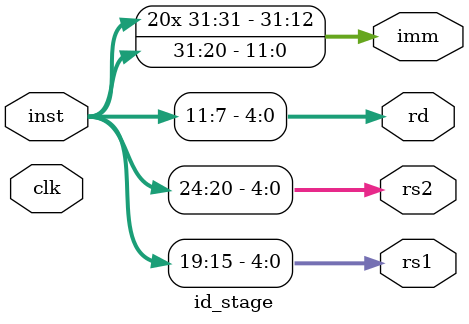
<source format=sv>
module id_stage (
    input  logic        clk,
    input  logic [31:0] inst,       // Instruction to decode
    output logic [4:0]  rs1,        // Source register 1
    output logic [4:0]  rs2,        // Source register 2
    output logic [4:0]  rd,         // Destination register
    output logic [31:0] imm         // Immediate value
);
    always_comb begin
        // Decode fields of the instruction (simplified example)
        rs1 = inst[19:15];
        rs2 = inst[24:20];
        rd  = inst[11:7];
        imm = {{20{inst[31]}}, inst[31:20]}; // Sign-extended immediate
    end
endmodule

</source>
